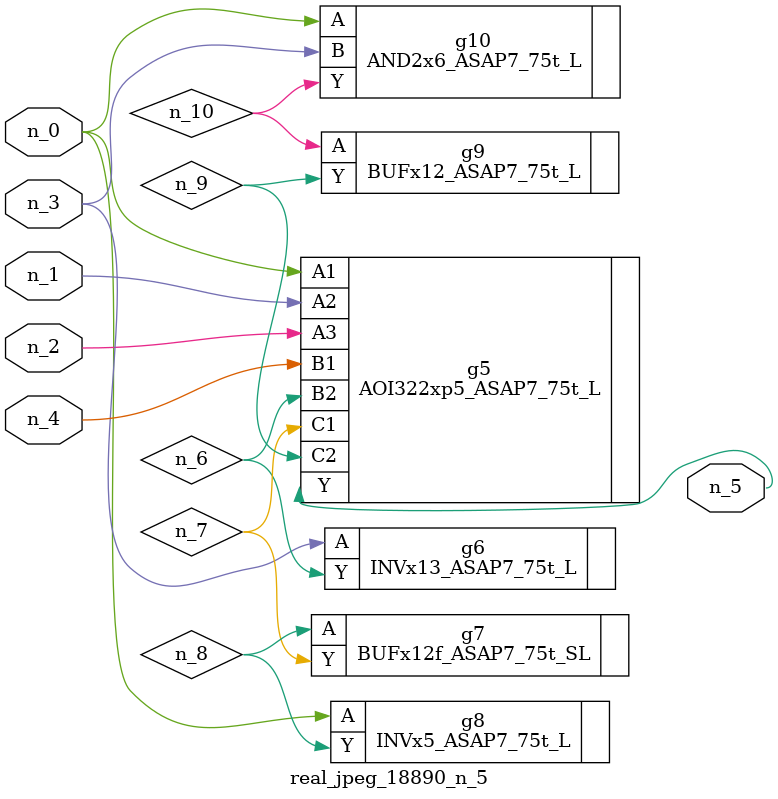
<source format=v>
module real_jpeg_18890_n_5 (n_4, n_0, n_1, n_2, n_3, n_5);

input n_4;
input n_0;
input n_1;
input n_2;
input n_3;

output n_5;

wire n_8;
wire n_6;
wire n_7;
wire n_10;
wire n_9;

AOI322xp5_ASAP7_75t_L g5 ( 
.A1(n_0),
.A2(n_1),
.A3(n_2),
.B1(n_4),
.B2(n_6),
.C1(n_7),
.C2(n_9),
.Y(n_5)
);

INVx5_ASAP7_75t_L g8 ( 
.A(n_0),
.Y(n_8)
);

AND2x6_ASAP7_75t_L g10 ( 
.A(n_0),
.B(n_3),
.Y(n_10)
);

INVx13_ASAP7_75t_L g6 ( 
.A(n_3),
.Y(n_6)
);

BUFx12f_ASAP7_75t_SL g7 ( 
.A(n_8),
.Y(n_7)
);

BUFx12_ASAP7_75t_L g9 ( 
.A(n_10),
.Y(n_9)
);


endmodule
</source>
